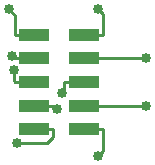
<source format=gtl>
G04 #@! TF.FileFunction,Copper,L1,Top,Signal*
%FSLAX46Y46*%
G04 Gerber Fmt 4.6, Leading zero omitted, Abs format (unit mm)*
G04 Created by KiCad (PCBNEW 4.0.7-e2-6376~58~ubuntu16.04.1) date Sat Jan 13 09:41:55 2018*
%MOMM*%
%LPD*%
G01*
G04 APERTURE LIST*
%ADD10C,0.100000*%
%ADD11R,2.580000X1.000000*%
%ADD12C,0.850000*%
%ADD13C,0.250000*%
G04 APERTURE END LIST*
D10*
D11*
X133371000Y-101093000D03*
X137541000Y-101093000D03*
X133371000Y-103093000D03*
X137541000Y-103093000D03*
X133371000Y-105093000D03*
X137541000Y-105093000D03*
X133371000Y-107093000D03*
X137541000Y-107093000D03*
X133371000Y-109093000D03*
X137541000Y-109093000D03*
D12*
X131448600Y-102868300D03*
X135296100Y-107405400D03*
X131204600Y-98945900D03*
X131628300Y-104085400D03*
X131929200Y-110243600D03*
X138775400Y-98918200D03*
X142862500Y-103093000D03*
X135731800Y-105987100D03*
X142862500Y-107093000D03*
X138737800Y-111359700D03*
D13*
X133371000Y-103093000D02*
X131755700Y-103093000D01*
X131673300Y-103093000D02*
X131448600Y-102868300D01*
X131755700Y-103093000D02*
X131673300Y-103093000D01*
X134986300Y-107095600D02*
X135296100Y-107405400D01*
X134986300Y-107093000D02*
X134986300Y-107095600D01*
X133371000Y-107093000D02*
X134986300Y-107093000D01*
X133371000Y-101093000D02*
X131755700Y-101093000D01*
X131755700Y-99497000D02*
X131204600Y-98945900D01*
X131755700Y-101093000D02*
X131755700Y-99497000D01*
X133371000Y-105093000D02*
X131755700Y-105093000D01*
X131628300Y-104965600D02*
X131628300Y-104085400D01*
X131755700Y-105093000D02*
X131628300Y-104965600D01*
X133371000Y-109093000D02*
X134986300Y-109093000D01*
X134483000Y-110243600D02*
X131929200Y-110243600D01*
X134986300Y-109740300D02*
X134483000Y-110243600D01*
X134986300Y-109093000D02*
X134986300Y-109740300D01*
X137541000Y-101093000D02*
X139156300Y-101093000D01*
X139156300Y-99299100D02*
X138775400Y-98918200D01*
X139156300Y-101093000D02*
X139156300Y-99299100D01*
X137541000Y-103093000D02*
X142862500Y-103093000D01*
X135925700Y-105793200D02*
X135731800Y-105987100D01*
X135925700Y-105093000D02*
X135925700Y-105793200D01*
X137541000Y-105093000D02*
X135925700Y-105093000D01*
X137541000Y-107093000D02*
X142862500Y-107093000D01*
X137541000Y-109093000D02*
X139156300Y-109093000D01*
X139156300Y-110941200D02*
X138737800Y-111359700D01*
X139156300Y-109093000D02*
X139156300Y-110941200D01*
M02*

</source>
